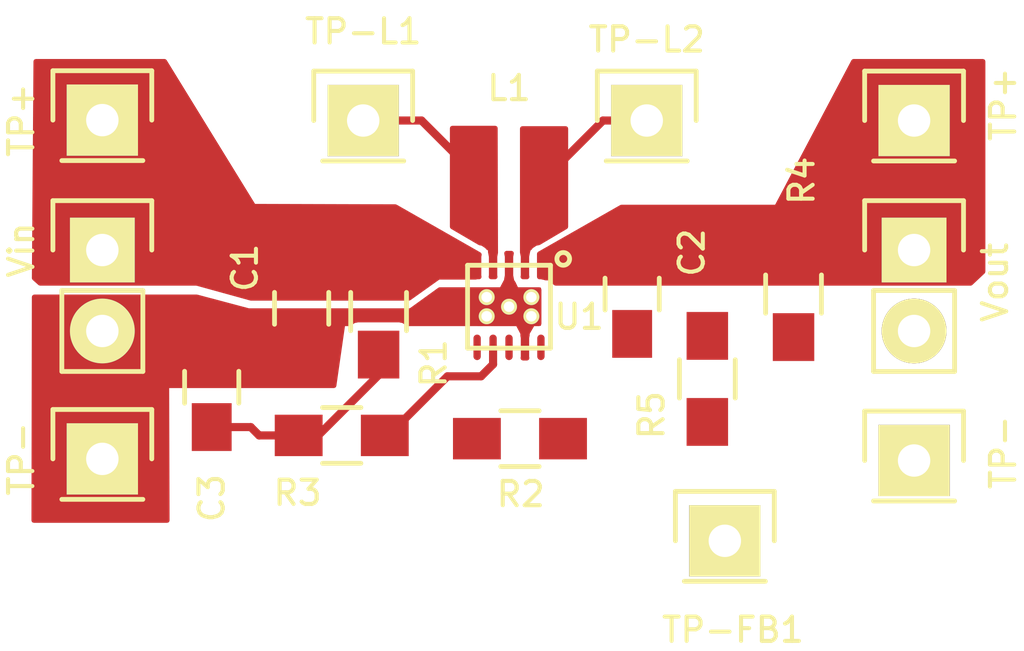
<source format=kicad_pcb>
(kicad_pcb (version 4) (host pcbnew no-vcs-found-product)

  (general
    (links 36)
    (no_connects 10)
    (area 129.5273 84.8094 162.1409 105.5878)
    (thickness 1.6)
    (drawings 0)
    (tracks 19)
    (zones 0)
    (modules 19)
    (nets 10)
  )

  (page A4)
  (layers
    (0 F.Cu signal)
    (31 B.Cu signal)
    (32 B.Adhes user)
    (33 F.Adhes user)
    (34 B.Paste user)
    (35 F.Paste user)
    (36 B.SilkS user)
    (37 F.SilkS user)
    (38 B.Mask user)
    (39 F.Mask user)
    (40 Dwgs.User user)
    (41 Cmts.User user)
    (42 Eco1.User user)
    (43 Eco2.User user)
    (44 Edge.Cuts user)
    (45 Margin user)
    (46 B.CrtYd user)
    (47 F.CrtYd user)
    (48 B.Fab user)
    (49 F.Fab user)
  )

  (setup
    (last_trace_width 0.254)
    (trace_clearance 0.254)
    (zone_clearance 0.1524)
    (zone_45_only no)
    (trace_min 0.1524)
    (segment_width 0.2)
    (edge_width 0.1)
    (via_size 0.6858)
    (via_drill 0.3302)
    (via_min_size 0.6858)
    (via_min_drill 0.3302)
    (uvia_size 0.508)
    (uvia_drill 0.127)
    (uvias_allowed no)
    (uvia_min_size 0)
    (uvia_min_drill 0)
    (pcb_text_width 0.3)
    (pcb_text_size 1.5 1.5)
    (mod_edge_width 0.15)
    (mod_text_size 0.762 0.762)
    (mod_text_width 0.127)
    (pad_size 2 1.2)
    (pad_drill 0)
    (pad_to_mask_clearance 0)
    (aux_axis_origin 0 0)
    (visible_elements FFFEF77F)
    (pcbplotparams
      (layerselection 0x00030_80000001)
      (usegerberextensions false)
      (excludeedgelayer true)
      (linewidth 0.127000)
      (plotframeref false)
      (viasonmask false)
      (mode 1)
      (useauxorigin false)
      (hpglpennumber 1)
      (hpglpenspeed 20)
      (hpglpendiameter 15)
      (hpglpenoverlay 2)
      (psnegative false)
      (psa4output false)
      (plotreference true)
      (plotvalue true)
      (plotinvisibletext false)
      (padsonsilk false)
      (subtractmaskfromsilk false)
      (outputformat 1)
      (mirror false)
      (drillshape 1)
      (scaleselection 1)
      (outputdirectory ""))
  )

  (net 0 "")
  (net 1 /Vin+)
  (net 2 GNDPWR)
  (net 3 /Vout+)
  (net 4 "Net-(C3-Pad1)")
  (net 5 "Net-(L1-Pad1)")
  (net 6 "Net-(L1-Pad2)")
  (net 7 "Net-(R2-Pad1)")
  (net 8 "Net-(R3-Pad1)")
  (net 9 /Feedback)

  (net_class Default "This is the default net class."
    (clearance 0.254)
    (trace_width 0.254)
    (via_dia 0.6858)
    (via_drill 0.3302)
    (uvia_dia 0.508)
    (uvia_drill 0.127)
    (add_net /Feedback)
    (add_net /Vin+)
    (add_net /Vout+)
    (add_net GNDPWR)
    (add_net "Net-(C3-Pad1)")
    (add_net "Net-(L1-Pad1)")
    (add_net "Net-(L1-Pad2)")
    (add_net "Net-(R2-Pad1)")
    (add_net "Net-(R3-Pad1)")
  )

  (module Capacitors_SMD:C_0805_HandSoldering (layer F.Cu) (tedit 55D37FA6) (tstamp 55D37CAD)
    (at 139.2936 94.7928 270)
    (descr "Capacitor SMD 0805, hand soldering")
    (tags "capacitor 0805")
    (path /55BD2754)
    (attr smd)
    (fp_text reference C1 (at -1.27 1.778 270) (layer F.SilkS)
      (effects (font (size 0.762 0.762) (thickness 0.127)))
    )
    (fp_text value 4.7μF (at 0 2.1 270) (layer F.Fab)
      (effects (font (size 0.762 0.762) (thickness 0.127)))
    )
    (fp_line (start -2.3 -1) (end 2.3 -1) (layer F.CrtYd) (width 0.05))
    (fp_line (start -2.3 1) (end 2.3 1) (layer F.CrtYd) (width 0.05))
    (fp_line (start -2.3 -1) (end -2.3 1) (layer F.CrtYd) (width 0.05))
    (fp_line (start 2.3 -1) (end 2.3 1) (layer F.CrtYd) (width 0.05))
    (fp_line (start 0.5 -0.85) (end -0.5 -0.85) (layer F.SilkS) (width 0.15))
    (fp_line (start -0.5 0.85) (end 0.5 0.85) (layer F.SilkS) (width 0.15))
    (pad 1 smd rect (at -1.25 0 270) (size 1.5 1.25) (layers F.Cu F.Paste F.Mask)
      (net 1 /Vin+))
    (pad 2 smd rect (at 1.25 0 270) (size 1.5 1.25) (layers F.Cu F.Paste F.Mask)
      (net 2 GNDPWR))
    (model Capacitors_SMD.3dshapes/C_0805_HandSoldering.wrl
      (at (xyz 0 0 0))
      (scale (xyz 1 1 1))
      (rotate (xyz 0 0 0))
    )
  )

  (module Capacitors_SMD:C_0805_HandSoldering (layer F.Cu) (tedit 55D38CC3) (tstamp 55D37CB3)
    (at 149.6568 94.34576 270)
    (descr "Capacitor SMD 0805, hand soldering")
    (tags "capacitor 0805")
    (path /55BD27B6)
    (attr smd)
    (fp_text reference C2 (at -1.30048 -1.86944 270) (layer F.SilkS)
      (effects (font (size 0.762 0.762) (thickness 0.127)))
    )
    (fp_text value 11μF (at 0 2.1 270) (layer F.Fab)
      (effects (font (size 0.762 0.762) (thickness 0.127)))
    )
    (fp_line (start -2.3 -1) (end 2.3 -1) (layer F.CrtYd) (width 0.05))
    (fp_line (start -2.3 1) (end 2.3 1) (layer F.CrtYd) (width 0.05))
    (fp_line (start -2.3 -1) (end -2.3 1) (layer F.CrtYd) (width 0.05))
    (fp_line (start 2.3 -1) (end 2.3 1) (layer F.CrtYd) (width 0.05))
    (fp_line (start 0.5 -0.85) (end -0.5 -0.85) (layer F.SilkS) (width 0.15))
    (fp_line (start -0.5 0.85) (end 0.5 0.85) (layer F.SilkS) (width 0.15))
    (pad 1 smd rect (at -1.25 0 270) (size 1.5 1.25) (layers F.Cu F.Paste F.Mask)
      (net 3 /Vout+))
    (pad 2 smd rect (at 1.25 0 270) (size 1.5 1.25) (layers F.Cu F.Paste F.Mask)
      (net 2 GNDPWR))
    (model Capacitors_SMD.3dshapes/C_0805_HandSoldering.wrl
      (at (xyz 0 0 0))
      (scale (xyz 1 1 1))
      (rotate (xyz 0 0 0))
    )
  )

  (module Capacitors_SMD:C_0805_HandSoldering (layer F.Cu) (tedit 55D387D6) (tstamp 55D37CB9)
    (at 136.4742 97.2693 90)
    (descr "Capacitor SMD 0805, hand soldering")
    (tags "capacitor 0805")
    (path /55D37B64)
    (attr smd)
    (fp_text reference C3 (at -3.4798 0 90) (layer F.SilkS)
      (effects (font (size 0.762 0.762) (thickness 0.127)))
    )
    (fp_text value 0.1μF (at 0 2.1 90) (layer F.Fab)
      (effects (font (size 0.762 0.762) (thickness 0.127)))
    )
    (fp_line (start -2.3 -1) (end 2.3 -1) (layer F.CrtYd) (width 0.05))
    (fp_line (start -2.3 1) (end 2.3 1) (layer F.CrtYd) (width 0.05))
    (fp_line (start -2.3 -1) (end -2.3 1) (layer F.CrtYd) (width 0.05))
    (fp_line (start 2.3 -1) (end 2.3 1) (layer F.CrtYd) (width 0.05))
    (fp_line (start 0.5 -0.85) (end -0.5 -0.85) (layer F.SilkS) (width 0.15))
    (fp_line (start -0.5 0.85) (end 0.5 0.85) (layer F.SilkS) (width 0.15))
    (pad 1 smd rect (at -1.25 0 90) (size 1.5 1.25) (layers F.Cu F.Paste F.Mask)
      (net 4 "Net-(C3-Pad1)"))
    (pad 2 smd rect (at 1.25 0 90) (size 1.5 1.25) (layers F.Cu F.Paste F.Mask)
      (net 2 GNDPWR))
    (model Capacitors_SMD.3dshapes/C_0805_HandSoldering.wrl
      (at (xyz 0 0 0))
      (scale (xyz 1 1 1))
      (rotate (xyz 0 0 0))
    )
  )

  (module PowerSwap-Footprints:SRN3015 (layer F.Cu) (tedit 55D37F56) (tstamp 55D37CBF)
    (at 145.796 90.678 90)
    (path /55BD221D)
    (fp_text reference L1 (at 2.794 0 180) (layer F.SilkS)
      (effects (font (size 0.762 0.762) (thickness 0.127)))
    )
    (fp_text value 2.2μΗ (at 0 -3 90) (layer F.Fab) hide
      (effects (font (size 0.762 0.762) (thickness 0.127)))
    )
    (pad 1 smd rect (at 0 -1.1 90) (size 2.7 1) (layers F.Cu F.Paste F.Mask)
      (net 5 "Net-(L1-Pad1)"))
    (pad 2 smd rect (at 0 1.1 90) (size 2.7 1) (layers F.Cu F.Paste F.Mask)
      (net 6 "Net-(L1-Pad2)"))
  )

  (module Pin_Headers:Pin_Header_Straight_1x02 (layer F.Cu) (tedit 55D3818C) (tstamp 55D37CC5)
    (at 133.0452 92.964)
    (descr "Through hole pin header")
    (tags "pin header")
    (path /55BD2379)
    (fp_text reference Vin (at -2.54 0 90) (layer F.SilkS)
      (effects (font (size 0.762 0.762) (thickness 0.127)))
    )
    (fp_text value Battery (at 0 -3.1) (layer F.Fab)
      (effects (font (size 0.762 0.762) (thickness 0.127)))
    )
    (fp_line (start 1.27 1.27) (end 1.27 3.81) (layer F.SilkS) (width 0.15))
    (fp_line (start 1.55 -1.55) (end 1.55 0) (layer F.SilkS) (width 0.15))
    (fp_line (start -1.75 -1.75) (end -1.75 4.3) (layer F.CrtYd) (width 0.05))
    (fp_line (start 1.75 -1.75) (end 1.75 4.3) (layer F.CrtYd) (width 0.05))
    (fp_line (start -1.75 -1.75) (end 1.75 -1.75) (layer F.CrtYd) (width 0.05))
    (fp_line (start -1.75 4.3) (end 1.75 4.3) (layer F.CrtYd) (width 0.05))
    (fp_line (start 1.27 1.27) (end -1.27 1.27) (layer F.SilkS) (width 0.15))
    (fp_line (start -1.55 0) (end -1.55 -1.55) (layer F.SilkS) (width 0.15))
    (fp_line (start -1.55 -1.55) (end 1.55 -1.55) (layer F.SilkS) (width 0.15))
    (fp_line (start -1.27 1.27) (end -1.27 3.81) (layer F.SilkS) (width 0.15))
    (fp_line (start -1.27 3.81) (end 1.27 3.81) (layer F.SilkS) (width 0.15))
    (pad 1 thru_hole rect (at 0 0) (size 2.032 2.032) (drill 1.016) (layers *.Cu *.Mask F.SilkS)
      (net 1 /Vin+))
    (pad 2 thru_hole oval (at 0 2.54) (size 2.032 2.032) (drill 1.016) (layers *.Cu *.Mask F.SilkS)
      (net 2 GNDPWR))
    (model Pin_Headers.3dshapes/Pin_Header_Straight_1x02.wrl
      (at (xyz 0 -0.05 0))
      (scale (xyz 1 1 1))
      (rotate (xyz 0 0 90))
    )
  )

  (module Pin_Headers:Pin_Header_Straight_1x02 (layer F.Cu) (tedit 55D38025) (tstamp 55D37CCB)
    (at 158.496 92.964)
    (descr "Through hole pin header")
    (tags "pin header")
    (path /55BD24F5)
    (fp_text reference Vout (at 2.54 1.016 90) (layer F.SilkS)
      (effects (font (size 0.762 0.762) (thickness 0.127)))
    )
    (fp_text value Vout (at 0 -3.1) (layer F.Fab)
      (effects (font (size 0.762 0.762) (thickness 0.127)))
    )
    (fp_line (start 1.27 1.27) (end 1.27 3.81) (layer F.SilkS) (width 0.15))
    (fp_line (start 1.55 -1.55) (end 1.55 0) (layer F.SilkS) (width 0.15))
    (fp_line (start -1.75 -1.75) (end -1.75 4.3) (layer F.CrtYd) (width 0.05))
    (fp_line (start 1.75 -1.75) (end 1.75 4.3) (layer F.CrtYd) (width 0.05))
    (fp_line (start -1.75 -1.75) (end 1.75 -1.75) (layer F.CrtYd) (width 0.05))
    (fp_line (start -1.75 4.3) (end 1.75 4.3) (layer F.CrtYd) (width 0.05))
    (fp_line (start 1.27 1.27) (end -1.27 1.27) (layer F.SilkS) (width 0.15))
    (fp_line (start -1.55 0) (end -1.55 -1.55) (layer F.SilkS) (width 0.15))
    (fp_line (start -1.55 -1.55) (end 1.55 -1.55) (layer F.SilkS) (width 0.15))
    (fp_line (start -1.27 1.27) (end -1.27 3.81) (layer F.SilkS) (width 0.15))
    (fp_line (start -1.27 3.81) (end 1.27 3.81) (layer F.SilkS) (width 0.15))
    (pad 1 thru_hole rect (at 0 0) (size 2.032 2.032) (drill 1.016) (layers *.Cu *.Mask F.SilkS)
      (net 3 /Vout+))
    (pad 2 thru_hole oval (at 0 2.54) (size 2.032 2.032) (drill 1.016) (layers *.Cu *.Mask F.SilkS)
      (net 2 GNDPWR))
    (model Pin_Headers.3dshapes/Pin_Header_Straight_1x02.wrl
      (at (xyz 0 -0.05 0))
      (scale (xyz 1 1 1))
      (rotate (xyz 0 0 90))
    )
  )

  (module Resistors_SMD:R_0805_HandSoldering (layer F.Cu) (tedit 55D387E4) (tstamp 55D37CD1)
    (at 141.7066 94.8944 90)
    (descr "Resistor SMD 0805, hand soldering")
    (tags "resistor 0805")
    (path /55D380C2)
    (attr smd)
    (fp_text reference R1 (at -1.6256 1.7272 90) (layer F.SilkS)
      (effects (font (size 0.762 0.762) (thickness 0.127)))
    )
    (fp_text value 0 (at 0 2.1 90) (layer F.Fab)
      (effects (font (size 0.762 0.762) (thickness 0.127)))
    )
    (fp_line (start -2.4 -1) (end 2.4 -1) (layer F.CrtYd) (width 0.05))
    (fp_line (start -2.4 1) (end 2.4 1) (layer F.CrtYd) (width 0.05))
    (fp_line (start -2.4 -1) (end -2.4 1) (layer F.CrtYd) (width 0.05))
    (fp_line (start 2.4 -1) (end 2.4 1) (layer F.CrtYd) (width 0.05))
    (fp_line (start 0.6 0.875) (end -0.6 0.875) (layer F.SilkS) (width 0.15))
    (fp_line (start -0.6 -0.875) (end 0.6 -0.875) (layer F.SilkS) (width 0.15))
    (pad 1 smd rect (at -1.35 0 90) (size 1.5 1.3) (layers F.Cu F.Paste F.Mask)
      (net 4 "Net-(C3-Pad1)"))
    (pad 2 smd rect (at 1.35 0 90) (size 1.5 1.3) (layers F.Cu F.Paste F.Mask)
      (net 1 /Vin+))
    (model Resistors_SMD.3dshapes/R_0805_HandSoldering.wrl
      (at (xyz 0 0 0))
      (scale (xyz 1 1 1))
      (rotate (xyz 0 0 0))
    )
  )

  (module Resistors_SMD:R_0805_HandSoldering (layer F.Cu) (tedit 55D38C21) (tstamp 55D37CD7)
    (at 146.1389 98.8822)
    (descr "Resistor SMD 0805, hand soldering")
    (tags "resistor 0805")
    (path /55BD25F1)
    (attr smd)
    (fp_text reference R2 (at 0.02286 1.74244) (layer F.SilkS)
      (effects (font (size 0.762 0.762) (thickness 0.127)))
    )
    (fp_text value 0 (at 0 2.1) (layer F.Fab)
      (effects (font (size 0.762 0.762) (thickness 0.127)))
    )
    (fp_line (start -2.4 -1) (end 2.4 -1) (layer F.CrtYd) (width 0.05))
    (fp_line (start -2.4 1) (end 2.4 1) (layer F.CrtYd) (width 0.05))
    (fp_line (start -2.4 -1) (end -2.4 1) (layer F.CrtYd) (width 0.05))
    (fp_line (start 2.4 -1) (end 2.4 1) (layer F.CrtYd) (width 0.05))
    (fp_line (start 0.6 0.875) (end -0.6 0.875) (layer F.SilkS) (width 0.15))
    (fp_line (start -0.6 -0.875) (end 0.6 -0.875) (layer F.SilkS) (width 0.15))
    (pad 1 smd rect (at -1.35 0) (size 1.5 1.3) (layers F.Cu F.Paste F.Mask)
      (net 7 "Net-(R2-Pad1)"))
    (pad 2 smd rect (at 1.35 0) (size 1.5 1.3) (layers F.Cu F.Paste F.Mask)
      (net 4 "Net-(C3-Pad1)"))
    (model Resistors_SMD.3dshapes/R_0805_HandSoldering.wrl
      (at (xyz 0 0 0))
      (scale (xyz 1 1 1))
      (rotate (xyz 0 0 0))
    )
  )

  (module Resistors_SMD:R_0805_HandSoldering (layer F.Cu) (tedit 55D38601) (tstamp 55D37CDD)
    (at 140.5509 98.7806 180)
    (descr "Resistor SMD 0805, hand soldering")
    (tags "resistor 0805")
    (path /55BD266F)
    (attr smd)
    (fp_text reference R3 (at 1.3843 -1.8034 180) (layer F.SilkS)
      (effects (font (size 0.762 0.762) (thickness 0.127)))
    )
    (fp_text value 0 (at 0 2.1 180) (layer F.Fab)
      (effects (font (size 0.762 0.762) (thickness 0.127)))
    )
    (fp_line (start -2.4 -1) (end 2.4 -1) (layer F.CrtYd) (width 0.05))
    (fp_line (start -2.4 1) (end 2.4 1) (layer F.CrtYd) (width 0.05))
    (fp_line (start -2.4 -1) (end -2.4 1) (layer F.CrtYd) (width 0.05))
    (fp_line (start 2.4 -1) (end 2.4 1) (layer F.CrtYd) (width 0.05))
    (fp_line (start 0.6 0.875) (end -0.6 0.875) (layer F.SilkS) (width 0.15))
    (fp_line (start -0.6 -0.875) (end 0.6 -0.875) (layer F.SilkS) (width 0.15))
    (pad 1 smd rect (at -1.35 0 180) (size 1.5 1.3) (layers F.Cu F.Paste F.Mask)
      (net 8 "Net-(R3-Pad1)"))
    (pad 2 smd rect (at 1.35 0 180) (size 1.5 1.3) (layers F.Cu F.Paste F.Mask)
      (net 4 "Net-(C3-Pad1)"))
    (model Resistors_SMD.3dshapes/R_0805_HandSoldering.wrl
      (at (xyz 0 0 0))
      (scale (xyz 1 1 1))
      (rotate (xyz 0 0 0))
    )
  )

  (module Resistors_SMD:R_0805_HandSoldering (layer F.Cu) (tedit 55D37F4F) (tstamp 55D37CE3)
    (at 154.71648 94.34576 270)
    (descr "Resistor SMD 0805, hand soldering")
    (tags "resistor 0805")
    (path /55BD2163)
    (attr smd)
    (fp_text reference R4 (at -3.556 -0.254 270) (layer F.SilkS)
      (effects (font (size 0.762 0.762) (thickness 0.127)))
    )
    (fp_text value 2.1MΩ (at 0 2.1 270) (layer F.Fab)
      (effects (font (size 0.762 0.762) (thickness 0.127)))
    )
    (fp_line (start -2.4 -1) (end 2.4 -1) (layer F.CrtYd) (width 0.05))
    (fp_line (start -2.4 1) (end 2.4 1) (layer F.CrtYd) (width 0.05))
    (fp_line (start -2.4 -1) (end -2.4 1) (layer F.CrtYd) (width 0.05))
    (fp_line (start 2.4 -1) (end 2.4 1) (layer F.CrtYd) (width 0.05))
    (fp_line (start 0.6 0.875) (end -0.6 0.875) (layer F.SilkS) (width 0.15))
    (fp_line (start -0.6 -0.875) (end 0.6 -0.875) (layer F.SilkS) (width 0.15))
    (pad 1 smd rect (at -1.35 0 270) (size 1.5 1.3) (layers F.Cu F.Paste F.Mask)
      (net 3 /Vout+))
    (pad 2 smd rect (at 1.35 0 270) (size 1.5 1.3) (layers F.Cu F.Paste F.Mask)
      (net 9 /Feedback))
    (model Resistors_SMD.3dshapes/R_0805_HandSoldering.wrl
      (at (xyz 0 0 0))
      (scale (xyz 1 1 1))
      (rotate (xyz 0 0 0))
    )
  )

  (module Resistors_SMD:R_0805_HandSoldering (layer F.Cu) (tedit 55D38C6F) (tstamp 55D37CE9)
    (at 152.01392 97.00768 90)
    (descr "Resistor SMD 0805, hand soldering")
    (tags "resistor 0805")
    (path /55BD21B2)
    (attr smd)
    (fp_text reference R5 (at -1.13792 -1.74752 90) (layer F.SilkS)
      (effects (font (size 0.762 0.762) (thickness 0.127)))
    )
    (fp_text value 215KΩ (at 0 2.1 90) (layer F.Fab)
      (effects (font (size 0.762 0.762) (thickness 0.127)))
    )
    (fp_line (start -2.4 -1) (end 2.4 -1) (layer F.CrtYd) (width 0.05))
    (fp_line (start -2.4 1) (end 2.4 1) (layer F.CrtYd) (width 0.05))
    (fp_line (start -2.4 -1) (end -2.4 1) (layer F.CrtYd) (width 0.05))
    (fp_line (start 2.4 -1) (end 2.4 1) (layer F.CrtYd) (width 0.05))
    (fp_line (start 0.6 0.875) (end -0.6 0.875) (layer F.SilkS) (width 0.15))
    (fp_line (start -0.6 -0.875) (end 0.6 -0.875) (layer F.SilkS) (width 0.15))
    (pad 1 smd rect (at -1.35 0 90) (size 1.5 1.3) (layers F.Cu F.Paste F.Mask)
      (net 9 /Feedback))
    (pad 2 smd rect (at 1.35 0 90) (size 1.5 1.3) (layers F.Cu F.Paste F.Mask)
      (net 2 GNDPWR))
    (model Resistors_SMD.3dshapes/R_0805_HandSoldering.wrl
      (at (xyz 0 0 0))
      (scale (xyz 1 1 1))
      (rotate (xyz 0 0 0))
    )
  )

  (module Pin_Headers:Pin_Header_Straight_1x01 (layer F.Cu) (tedit 55D37EFC) (tstamp 55D37CEE)
    (at 152.56256 102.08768)
    (descr "Through hole pin header")
    (tags "pin header")
    (path /55BD2AA6)
    (fp_text reference TP-FB1 (at 0.254 2.794) (layer F.SilkS)
      (effects (font (size 0.762 0.762) (thickness 0.127)))
    )
    (fp_text value Feedback (at 0 -3.1) (layer F.Fab)
      (effects (font (size 0.762 0.762) (thickness 0.127)))
    )
    (fp_line (start 1.55 -1.55) (end 1.55 0) (layer F.SilkS) (width 0.15))
    (fp_line (start -1.75 -1.75) (end -1.75 1.75) (layer F.CrtYd) (width 0.05))
    (fp_line (start 1.75 -1.75) (end 1.75 1.75) (layer F.CrtYd) (width 0.05))
    (fp_line (start -1.75 -1.75) (end 1.75 -1.75) (layer F.CrtYd) (width 0.05))
    (fp_line (start -1.75 1.75) (end 1.75 1.75) (layer F.CrtYd) (width 0.05))
    (fp_line (start -1.55 0) (end -1.55 -1.55) (layer F.SilkS) (width 0.15))
    (fp_line (start -1.55 -1.55) (end 1.55 -1.55) (layer F.SilkS) (width 0.15))
    (fp_line (start -1.27 1.27) (end 1.27 1.27) (layer F.SilkS) (width 0.15))
    (pad 1 thru_hole rect (at 0 0) (size 2.2352 2.2352) (drill 1.016) (layers *.Cu *.Mask F.SilkS)
      (net 9 /Feedback))
    (model Pin_Headers.3dshapes/Pin_Header_Straight_1x01.wrl
      (at (xyz 0 0 0))
      (scale (xyz 1 1 1))
      (rotate (xyz 0 0 90))
    )
  )

  (module Pin_Headers:Pin_Header_Straight_1x01 (layer F.Cu) (tedit 55D38190) (tstamp 55D37CF3)
    (at 133.0452 99.5172)
    (descr "Through hole pin header")
    (tags "pin header")
    (path /55BD309D)
    (fp_text reference TP- (at -2.54 0 90) (layer F.SilkS)
      (effects (font (size 0.762 0.762) (thickness 0.127)))
    )
    (fp_text value GND (at 0 -3.1) (layer F.Fab)
      (effects (font (size 0.762 0.762) (thickness 0.127)))
    )
    (fp_line (start 1.55 -1.55) (end 1.55 0) (layer F.SilkS) (width 0.15))
    (fp_line (start -1.75 -1.75) (end -1.75 1.75) (layer F.CrtYd) (width 0.05))
    (fp_line (start 1.75 -1.75) (end 1.75 1.75) (layer F.CrtYd) (width 0.05))
    (fp_line (start -1.75 -1.75) (end 1.75 -1.75) (layer F.CrtYd) (width 0.05))
    (fp_line (start -1.75 1.75) (end 1.75 1.75) (layer F.CrtYd) (width 0.05))
    (fp_line (start -1.55 0) (end -1.55 -1.55) (layer F.SilkS) (width 0.15))
    (fp_line (start -1.55 -1.55) (end 1.55 -1.55) (layer F.SilkS) (width 0.15))
    (fp_line (start -1.27 1.27) (end 1.27 1.27) (layer F.SilkS) (width 0.15))
    (pad 1 thru_hole rect (at 0 0) (size 2.2352 2.2352) (drill 1.016) (layers *.Cu *.Mask F.SilkS)
      (net 2 GNDPWR))
    (model Pin_Headers.3dshapes/Pin_Header_Straight_1x01.wrl
      (at (xyz 0 0 0))
      (scale (xyz 1 1 1))
      (rotate (xyz 0 0 90))
    )
  )

  (module Pin_Headers:Pin_Header_Straight_1x01 (layer F.Cu) (tedit 55D37F7E) (tstamp 55D37CF8)
    (at 141.224 88.9)
    (descr "Through hole pin header")
    (tags "pin header")
    (path /55BD332A)
    (fp_text reference TP-L1 (at 0 -2.794) (layer F.SilkS)
      (effects (font (size 0.762 0.762) (thickness 0.127)))
    )
    (fp_text value L1 (at 0 -3.1) (layer F.Fab)
      (effects (font (size 0.762 0.762) (thickness 0.127)))
    )
    (fp_line (start 1.55 -1.55) (end 1.55 0) (layer F.SilkS) (width 0.15))
    (fp_line (start -1.75 -1.75) (end -1.75 1.75) (layer F.CrtYd) (width 0.05))
    (fp_line (start 1.75 -1.75) (end 1.75 1.75) (layer F.CrtYd) (width 0.05))
    (fp_line (start -1.75 -1.75) (end 1.75 -1.75) (layer F.CrtYd) (width 0.05))
    (fp_line (start -1.75 1.75) (end 1.75 1.75) (layer F.CrtYd) (width 0.05))
    (fp_line (start -1.55 0) (end -1.55 -1.55) (layer F.SilkS) (width 0.15))
    (fp_line (start -1.55 -1.55) (end 1.55 -1.55) (layer F.SilkS) (width 0.15))
    (fp_line (start -1.27 1.27) (end 1.27 1.27) (layer F.SilkS) (width 0.15))
    (pad 1 thru_hole rect (at 0 0) (size 2.2352 2.2352) (drill 1.016) (layers *.Cu *.Mask F.SilkS)
      (net 5 "Net-(L1-Pad1)"))
    (model Pin_Headers.3dshapes/Pin_Header_Straight_1x01.wrl
      (at (xyz 0 0 0))
      (scale (xyz 1 1 1))
      (rotate (xyz 0 0 90))
    )
  )

  (module Pin_Headers:Pin_Header_Straight_1x01 (layer F.Cu) (tedit 55D37F81) (tstamp 55D37CFD)
    (at 150.114 88.9)
    (descr "Through hole pin header")
    (tags "pin header")
    (path /55BD337C)
    (fp_text reference TP-L2 (at 0 -2.54) (layer F.SilkS)
      (effects (font (size 0.762 0.762) (thickness 0.127)))
    )
    (fp_text value L2 (at 0 -3.1) (layer F.Fab)
      (effects (font (size 0.762 0.762) (thickness 0.127)))
    )
    (fp_line (start 1.55 -1.55) (end 1.55 0) (layer F.SilkS) (width 0.15))
    (fp_line (start -1.75 -1.75) (end -1.75 1.75) (layer F.CrtYd) (width 0.05))
    (fp_line (start 1.75 -1.75) (end 1.75 1.75) (layer F.CrtYd) (width 0.05))
    (fp_line (start -1.75 -1.75) (end 1.75 -1.75) (layer F.CrtYd) (width 0.05))
    (fp_line (start -1.75 1.75) (end 1.75 1.75) (layer F.CrtYd) (width 0.05))
    (fp_line (start -1.55 0) (end -1.55 -1.55) (layer F.SilkS) (width 0.15))
    (fp_line (start -1.55 -1.55) (end 1.55 -1.55) (layer F.SilkS) (width 0.15))
    (fp_line (start -1.27 1.27) (end 1.27 1.27) (layer F.SilkS) (width 0.15))
    (pad 1 thru_hole rect (at 0 0) (size 2.2352 2.2352) (drill 1.016) (layers *.Cu *.Mask F.SilkS)
      (net 6 "Net-(L1-Pad2)"))
    (model Pin_Headers.3dshapes/Pin_Header_Straight_1x01.wrl
      (at (xyz 0 0 0))
      (scale (xyz 1 1 1))
      (rotate (xyz 0 0 90))
    )
  )

  (module Pin_Headers:Pin_Header_Straight_1x01 (layer F.Cu) (tedit 55D38032) (tstamp 55D37D02)
    (at 158.496 99.568)
    (descr "Through hole pin header")
    (tags "pin header")
    (path /55BD2F23)
    (fp_text reference TP- (at 2.794 -0.254 90) (layer F.SilkS)
      (effects (font (size 0.762 0.762) (thickness 0.127)))
    )
    (fp_text value PGND (at 0 -3.1) (layer F.Fab)
      (effects (font (size 0.762 0.762) (thickness 0.127)))
    )
    (fp_line (start 1.55 -1.55) (end 1.55 0) (layer F.SilkS) (width 0.15))
    (fp_line (start -1.75 -1.75) (end -1.75 1.75) (layer F.CrtYd) (width 0.05))
    (fp_line (start 1.75 -1.75) (end 1.75 1.75) (layer F.CrtYd) (width 0.05))
    (fp_line (start -1.75 -1.75) (end 1.75 -1.75) (layer F.CrtYd) (width 0.05))
    (fp_line (start -1.75 1.75) (end 1.75 1.75) (layer F.CrtYd) (width 0.05))
    (fp_line (start -1.55 0) (end -1.55 -1.55) (layer F.SilkS) (width 0.15))
    (fp_line (start -1.55 -1.55) (end 1.55 -1.55) (layer F.SilkS) (width 0.15))
    (fp_line (start -1.27 1.27) (end 1.27 1.27) (layer F.SilkS) (width 0.15))
    (pad 1 thru_hole rect (at 0 0) (size 2.2352 2.2352) (drill 1.016) (layers *.Cu *.Mask F.SilkS)
      (net 2 GNDPWR))
    (model Pin_Headers.3dshapes/Pin_Header_Straight_1x01.wrl
      (at (xyz 0 0 0))
      (scale (xyz 1 1 1))
      (rotate (xyz 0 0 90))
    )
  )

  (module Pin_Headers:Pin_Header_Straight_1x01 (layer F.Cu) (tedit 55D38189) (tstamp 55D37D07)
    (at 133.0452 88.8873)
    (descr "Through hole pin header")
    (tags "pin header")
    (path /55BD2BFB)
    (fp_text reference TP+ (at -2.54 0 90) (layer F.SilkS)
      (effects (font (size 0.762 0.762) (thickness 0.127)))
    )
    (fp_text value Vin (at 0 -3.1) (layer F.Fab)
      (effects (font (size 0.762 0.762) (thickness 0.127)))
    )
    (fp_line (start 1.55 -1.55) (end 1.55 0) (layer F.SilkS) (width 0.15))
    (fp_line (start -1.75 -1.75) (end -1.75 1.75) (layer F.CrtYd) (width 0.05))
    (fp_line (start 1.75 -1.75) (end 1.75 1.75) (layer F.CrtYd) (width 0.05))
    (fp_line (start -1.75 -1.75) (end 1.75 -1.75) (layer F.CrtYd) (width 0.05))
    (fp_line (start -1.75 1.75) (end 1.75 1.75) (layer F.CrtYd) (width 0.05))
    (fp_line (start -1.55 0) (end -1.55 -1.55) (layer F.SilkS) (width 0.15))
    (fp_line (start -1.55 -1.55) (end 1.55 -1.55) (layer F.SilkS) (width 0.15))
    (fp_line (start -1.27 1.27) (end 1.27 1.27) (layer F.SilkS) (width 0.15))
    (pad 1 thru_hole rect (at 0 0) (size 2.2352 2.2352) (drill 1.016) (layers *.Cu *.Mask F.SilkS)
      (net 1 /Vin+))
    (model Pin_Headers.3dshapes/Pin_Header_Straight_1x01.wrl
      (at (xyz 0 0 0))
      (scale (xyz 1 1 1))
      (rotate (xyz 0 0 90))
    )
  )

  (module Pin_Headers:Pin_Header_Straight_1x01 (layer F.Cu) (tedit 55D3803D) (tstamp 55D37D0C)
    (at 158.496 88.9)
    (descr "Through hole pin header")
    (tags "pin header")
    (path /55BD29FC)
    (fp_text reference TP+ (at 2.794 -0.508 90) (layer F.SilkS)
      (effects (font (size 0.762 0.762) (thickness 0.127)))
    )
    (fp_text value Vout (at 0 -3.1) (layer F.Fab)
      (effects (font (size 0.762 0.762) (thickness 0.127)))
    )
    (fp_line (start 1.55 -1.55) (end 1.55 0) (layer F.SilkS) (width 0.15))
    (fp_line (start -1.75 -1.75) (end -1.75 1.75) (layer F.CrtYd) (width 0.05))
    (fp_line (start 1.75 -1.75) (end 1.75 1.75) (layer F.CrtYd) (width 0.05))
    (fp_line (start -1.75 -1.75) (end 1.75 -1.75) (layer F.CrtYd) (width 0.05))
    (fp_line (start -1.75 1.75) (end 1.75 1.75) (layer F.CrtYd) (width 0.05))
    (fp_line (start -1.55 0) (end -1.55 -1.55) (layer F.SilkS) (width 0.15))
    (fp_line (start -1.55 -1.55) (end 1.55 -1.55) (layer F.SilkS) (width 0.15))
    (fp_line (start -1.27 1.27) (end 1.27 1.27) (layer F.SilkS) (width 0.15))
    (pad 1 thru_hole rect (at 0 0) (size 2.2352 2.2352) (drill 1.016) (layers *.Cu *.Mask F.SilkS)
      (net 3 /Vout+))
    (model Pin_Headers.3dshapes/Pin_Header_Straight_1x01.wrl
      (at (xyz 0 0 0))
      (scale (xyz 1 1 1))
      (rotate (xyz 0 0 90))
    )
  )

  (module PowerSwap-Footprints:TPS63030 (layer F.Cu) (tedit 55D387E7) (tstamp 55D37D20)
    (at 145.796 94.742 180)
    (path /55BD1FFB)
    (fp_text reference U1 (at -2.1971 -0.3175 180) (layer F.SilkS)
      (effects (font (size 0.762 0.762) (thickness 0.127)))
    )
    (fp_text value TPS63030 (at 0 -2.9 180) (layer F.Fab) hide
      (effects (font (size 0.762 0.762) (thickness 0.127)))
    )
    (fp_line (start 1.3 -1.3) (end 1.3 1.3) (layer F.SilkS) (width 0.15))
    (fp_line (start 1.3 1.3) (end -1.3 1.3) (layer F.SilkS) (width 0.15))
    (fp_line (start -1.3 1.3) (end -1.3 -1.3) (layer F.SilkS) (width 0.15))
    (fp_line (start -1.3 -1.3) (end 1.3 -1.3) (layer F.SilkS) (width 0.15))
    (fp_circle (center -1.7 1.5) (end -1.5 1.5) (layer F.SilkS) (width 0.15))
    (pad 1 smd oval (at -1 1.275 180) (size 0.23 0.8) (layers F.Cu F.Paste F.Mask)
      (net 3 /Vout+))
    (pad 2 smd oval (at -0.5 1.275 180) (size 0.23 0.8) (layers F.Cu F.Paste F.Mask)
      (net 6 "Net-(L1-Pad2)"))
    (pad 3 smd oval (at 0 1.275 180) (size 0.23 0.8) (layers F.Cu F.Paste F.Mask)
      (net 2 GNDPWR))
    (pad 4 smd oval (at 0.5 1.275 180) (size 0.23 0.8) (layers F.Cu F.Paste F.Mask)
      (net 5 "Net-(L1-Pad1)"))
    (pad 5 smd oval (at 1 1.275 180) (size 0.23 0.8) (layers F.Cu F.Paste F.Mask)
      (net 1 /Vin+))
    (pad 6 smd oval (at 1 -1.275 180) (size 0.23 0.8) (layers F.Cu F.Paste F.Mask)
      (net 7 "Net-(R2-Pad1)"))
    (pad 7 smd oval (at 0.5 -1.275 180) (size 0.23 0.8) (layers F.Cu F.Paste F.Mask)
      (net 8 "Net-(R3-Pad1)"))
    (pad 8 smd oval (at 0 -1.275 180) (size 0.23 0.8) (layers F.Cu F.Paste F.Mask)
      (net 4 "Net-(C3-Pad1)"))
    (pad 9 smd oval (at -0.5 -1.275 180) (size 0.23 0.8) (layers F.Cu F.Paste F.Mask)
      (net 2 GNDPWR))
    (pad 10 smd oval (at -1 -1.275 180) (size 0.23 0.8) (layers F.Cu F.Paste F.Mask)
      (net 9 /Feedback))
    (pad 11 smd rect (at 0 0 180) (size 2 1.2) (layers *.Mask F.Cu F.Paste)
      (net 2 GNDPWR))
    (pad 11 thru_hole circle (at -0.7 -0.3 180) (size 0.5 0.5) (drill 0.33) (layers *.Cu *.Mask F.SilkS)
      (net 2 GNDPWR))
    (pad 11 thru_hole circle (at 0 0 180) (size 0.5 0.5) (drill 0.33) (layers *.Cu *.Mask F.SilkS)
      (net 2 GNDPWR))
    (pad 11 thru_hole circle (at 0.7 -0.3 180) (size 0.5 0.5) (drill 0.33) (layers *.Cu *.Mask F.SilkS)
      (net 2 GNDPWR))
    (pad 11 thru_hole circle (at 0.7 0.3 180) (size 0.5 0.5) (drill 0.33) (layers *.Cu *.Mask F.SilkS)
      (net 2 GNDPWR))
    (pad 11 thru_hole circle (at -0.7 0.3 180) (size 0.5 0.5) (drill 0.33) (layers *.Cu *.Mask F.SilkS)
      (net 2 GNDPWR))
  )

  (segment (start 139.2009 98.7806) (end 139.8143 98.7806) (width 0.254) (layer F.Cu) (net 4))
  (segment (start 139.8143 98.7806) (end 141.7066 96.8883) (width 0.254) (layer F.Cu) (net 4) (tstamp 55D38B22))
  (segment (start 141.7066 96.8883) (end 141.7066 96.2444) (width 0.254) (layer F.Cu) (net 4) (tstamp 55D38B23))
  (segment (start 136.4742 98.5193) (end 137.6988 98.5193) (width 0.254) (layer F.Cu) (net 4))
  (segment (start 137.9601 98.7806) (end 139.2009 98.7806) (width 0.254) (layer F.Cu) (net 4) (tstamp 55D38B1F))
  (segment (start 137.6988 98.5193) (end 137.9601 98.7806) (width 0.254) (layer F.Cu) (net 4) (tstamp 55D38B1E))
  (segment (start 138.8507 98.5193) (end 138.8834 98.552) (width 0.254) (layer F.Cu) (net 4) (tstamp 55D38AF5))
  (segment (start 144.696 90.678) (end 144.696 90.5432) (width 0.254) (layer F.Cu) (net 5))
  (segment (start 144.696 90.5432) (end 143.0528 88.9) (width 0.254) (layer F.Cu) (net 5) (tstamp 55D383EC))
  (segment (start 143.0528 88.9) (end 141.224 88.9) (width 0.254) (layer F.Cu) (net 5) (tstamp 55D383ED))
  (segment (start 146.896 90.678) (end 146.9644 90.678) (width 0.254) (layer F.Cu) (net 6))
  (segment (start 146.9644 90.678) (end 148.7424 88.9) (width 0.254) (layer F.Cu) (net 6) (tstamp 55D383E7))
  (segment (start 148.7424 88.9) (end 150.114 88.9) (width 0.254) (layer F.Cu) (net 6) (tstamp 55D383E8))
  (segment (start 142.0114 98.7806) (end 143.8656 96.9264) (width 0.254) (layer F.Cu) (net 8) (tstamp 55D38B26))
  (segment (start 145.296 96.5501) (end 145.296 96.017) (width 0.254) (layer F.Cu) (net 8) (tstamp 55D38B29))
  (segment (start 144.9197 96.9264) (end 145.296 96.5501) (width 0.254) (layer F.Cu) (net 8) (tstamp 55D38B28))
  (segment (start 143.8656 96.9264) (end 144.9197 96.9264) (width 0.254) (layer F.Cu) (net 8) (tstamp 55D38B27))
  (segment (start 141.9009 98.7806) (end 142.0114 98.7806) (width 0.254) (layer F.Cu) (net 8))
  (segment (start 152.226 101.9391) (end 152.2222 101.9429) (width 0.254) (layer F.Cu) (net 9) (tstamp 55D3876E))

  (zone (net 5) (net_name "Net-(L1-Pad1)") (layer F.Cu) (tstamp 55D383E0) (hatch edge 0.508)
    (connect_pads yes (clearance 0.1524))
    (min_thickness 0.1524)
    (fill yes (arc_segments 16) (thermal_gap 0.508) (thermal_bridge_width 0.508))
    (polygon
      (pts
        (xy 145.4531 93.8911) (xy 145.1356 93.8911) (xy 145.1356 92.9767) (xy 143.9418 92.2782) (xy 143.9418 89.0651)
        (xy 145.4404 89.0651)
      )
    )
    (filled_polygon
      (pts
        (xy 145.374679 93.047648) (xy 145.3508 93.167695) (xy 145.3508 93.766305) (xy 145.358563 93.805331) (xy 145.233437 93.805331)
        (xy 145.2412 93.766305) (xy 145.2412 93.167695) (xy 145.2118 93.019892) (xy 145.2118 92.9767) (xy 145.209898 92.967138)
        (xy 145.209317 92.957405) (xy 145.207023 92.952685) (xy 145.206 92.94754) (xy 145.200582 92.939431) (xy 145.196321 92.930663)
        (xy 145.192397 92.927182) (xy 145.189482 92.922818) (xy 145.181372 92.917399) (xy 145.174082 92.910931) (xy 145.13386 92.887397)
        (xy 145.110804 92.852891) (xy 144.966371 92.756384) (xy 144.880885 92.73938) (xy 144.018 92.2345) (xy 144.018 89.1413)
        (xy 145.364399 89.1413) (xy 145.374679 93.047648)
      )
    )
  )
  (zone (net 6) (net_name "Net-(L1-Pad2)") (layer F.Cu) (tstamp 55D383E3) (hatch edge 0.508)
    (connect_pads yes (clearance 0.1524))
    (min_thickness 0.1524)
    (fill yes (arc_segments 16) (thermal_gap 0.508) (thermal_bridge_width 0.508))
    (polygon
      (pts
        (xy 147.6502 92.2782) (xy 146.4691 92.9767) (xy 146.4691 93.8911) (xy 146.1389 93.8911) (xy 146.1389 89.0778)
        (xy 147.6502 89.0778)
      )
    )
    (filled_polygon
      (pts
        (xy 147.574 92.234735) (xy 146.725547 92.736509) (xy 146.625629 92.756384) (xy 146.481196 92.852891) (xy 146.450124 92.899394)
        (xy 146.430311 92.911111) (xy 146.423178 92.917499) (xy 146.415218 92.922818) (xy 146.412204 92.927327) (xy 146.408164 92.930947)
        (xy 146.404018 92.93958) (xy 146.3987 92.94754) (xy 146.397642 92.952857) (xy 146.395293 92.95775) (xy 146.394766 92.967313)
        (xy 146.3929 92.9767) (xy 146.3929 92.985035) (xy 146.384689 92.997324) (xy 146.3508 93.167695) (xy 146.3508 93.766305)
        (xy 146.358563 93.805331) (xy 146.233437 93.805331) (xy 146.2412 93.766305) (xy 146.2412 93.167695) (xy 146.2151 93.036482)
        (xy 146.2151 89.154) (xy 147.574 89.154) (xy 147.574 92.234735)
      )
    )
  )
  (zone (net 3) (net_name /Vout+) (layer F.Cu) (tstamp 55D383F3) (hatch edge 0.508)
    (connect_pads yes (clearance 0.1524))
    (min_thickness 0.1524)
    (fill yes (arc_segments 16) (thermal_gap 0.508) (thermal_bridge_width 0.508))
    (polygon
      (pts
        (xy 160.7312 90.8939) (xy 160.7312 93.6752) (xy 160.2994 94.0816) (xy 147.2311 94.0816) (xy 147.0279 93.9165)
        (xy 146.6723 93.9165) (xy 146.6723 93.0402) (xy 149.3012 91.5416) (xy 154.1399 91.5416) (xy 156.5529 86.9696)
        (xy 160.7312 86.9696)
      )
    )
    (filled_polygon
      (pts
        (xy 160.655 93.642275) (xy 160.26918 94.0054) (xy 147.258154 94.0054) (xy 147.075951 93.85736) (xy 147.066215 93.852217)
        (xy 147.05706 93.8461) (xy 147.05317 93.845326) (xy 147.049662 93.843473) (xy 147.038695 93.842447) (xy 147.0279 93.8403)
        (xy 146.939051 93.8403) (xy 146.925813 93.831364) (xy 146.796 93.805331) (xy 146.7485 93.805331) (xy 146.7485 93.084473)
        (xy 149.321392 91.6178) (xy 154.1399 91.6178) (xy 154.151072 91.615577) (xy 154.162403 91.614402) (xy 154.16555 91.612697)
        (xy 154.16906 91.612) (xy 154.178534 91.605669) (xy 154.18855 91.600248) (xy 154.190804 91.597471) (xy 154.193782 91.595482)
        (xy 154.200113 91.586006) (xy 154.20729 91.577167) (xy 156.598844 87.0458) (xy 160.655 87.0458) (xy 160.655 93.642275)
      )
    )
  )
  (zone (net 1) (net_name /Vin+) (layer F.Cu) (tstamp 55D3863F) (hatch edge 0.508)
    (connect_pads yes (clearance 0.1524))
    (min_thickness 0.1524)
    (fill yes (arc_segments 16) (thermal_gap 0.508) (thermal_bridge_width 0.508))
    (polygon
      (pts
        (xy 144.9451 93.8911) (xy 143.6116 93.8911) (xy 142.6845 94.5515) (xy 137.6934 94.5515) (xy 135.9916 94.0816)
        (xy 131.064 94.0816) (xy 130.8354 93.8784) (xy 130.8862 86.9696) (xy 135.0391 86.9696) (xy 137.8331 91.5162)
        (xy 142.2527 91.5289) (xy 144.9451 93.0656)
      )
    )
    (filled_polygon
      (pts
        (xy 137.768179 91.556096) (xy 137.774176 91.562568) (xy 137.779063 91.569927) (xy 137.784189 91.573373) (xy 137.788387 91.577903)
        (xy 137.79641 91.581589) (xy 137.803738 91.586516) (xy 137.809791 91.587738) (xy 137.815404 91.590317) (xy 137.824225 91.590652)
        (xy 137.832881 91.5924) (xy 142.232384 91.605042) (xy 144.862979 93.106467) (xy 144.8508 93.167695) (xy 144.8508 93.766305)
        (xy 144.858563 93.805331) (xy 144.796 93.805331) (xy 144.746681 93.8149) (xy 143.6116 93.8149) (xy 143.603135 93.816583)
        (xy 143.594506 93.816842) (xy 143.588692 93.819456) (xy 143.58244 93.8207) (xy 143.575261 93.825495) (xy 143.56739 93.829036)
        (xy 142.660134 94.4753) (xy 137.703726 94.4753) (xy 136.011881 94.008149) (xy 136.001657 94.0074) (xy 135.9916 94.0054)
        (xy 131.092971 94.0054) (xy 130.911852 93.844404) (xy 130.961841 87.0458) (xy 134.996488 87.0458) (xy 137.768179 91.556096)
      )
    )
  )
  (zone (net 2) (net_name GNDPWR) (layer F.Cu) (tstamp 55D3882B) (hatch edge 0.508)
    (connect_pads yes (clearance 0.1524))
    (min_thickness 0.1524)
    (fill yes (arc_segments 16) (thermal_gap 0.508) (thermal_bridge_width 0.508))
    (polygon
      (pts
        (xy 145.6436 93.8911) (xy 145.6436 92.9894) (xy 145.9484 92.9894) (xy 145.9611 93.8911) (xy 146.0754 94.1324)
        (xy 146.812 94.1324) (xy 146.812 95.3516) (xy 146.5834 95.3516) (xy 146.4437 95.5929) (xy 146.4437 96.4311)
        (xy 146.1516 96.4311) (xy 146.1516 95.5929) (xy 146.0246 95.3516) (xy 140.6525 95.3516) (xy 140.3731 97.2947)
        (xy 135.1407 97.2947) (xy 135.1534 101.5238) (xy 130.8227 101.5238) (xy 130.8354 94.361) (xy 136.017 94.361)
        (xy 137.6426 94.7928) (xy 142.6845 94.7928) (xy 143.5989 94.1324) (xy 145.5166 94.1324) (xy 145.6436 93.8911)
      )
    )
    (filled_polygon
      (pts
        (xy 145.8508 93.167695) (xy 145.8508 93.766305) (xy 145.884689 93.936676) (xy 145.931697 94.007028) (xy 146.006535 94.16502)
        (xy 146.014286 94.175458) (xy 146.021518 94.186282) (xy 146.023116 94.18735) (xy 146.02426 94.18889) (xy 146.035417 94.195568)
        (xy 146.04624 94.2028) (xy 146.048123 94.203174) (xy 146.049771 94.204161) (xy 146.062641 94.206062) (xy 146.0754 94.2086)
        (xy 146.281396 94.2086) (xy 146.296 94.211505) (xy 146.310604 94.2086) (xy 146.7358 94.2086) (xy 146.7358 95.2754)
        (xy 146.5834 95.2754) (xy 146.573671 95.277335) (xy 146.563766 95.277972) (xy 146.559212 95.280211) (xy 146.55424 95.2812)
        (xy 146.54599 95.286711) (xy 146.537084 95.291091) (xy 146.533735 95.2949) (xy 146.529518 95.297718) (xy 146.524005 95.305968)
        (xy 146.517454 95.313421) (xy 146.377755 95.554721) (xy 146.376119 95.55952) (xy 146.3733 95.56374) (xy 146.371363 95.573473)
        (xy 146.368164 95.582863) (xy 146.368489 95.587925) (xy 146.3675 95.5929) (xy 146.3675 95.633739) (xy 146.3508 95.717695)
        (xy 146.3508 96.316305) (xy 146.358477 96.3549) (xy 146.233523 96.3549) (xy 146.2412 96.316305) (xy 146.2412 95.717695)
        (xy 146.2278 95.650329) (xy 146.2278 95.5929) (xy 146.22711 95.589434) (xy 146.22748 95.585916) (xy 146.224229 95.57495)
        (xy 146.222 95.56374) (xy 146.220035 95.560799) (xy 146.219031 95.557411) (xy 146.092031 95.31611) (xy 146.084834 95.307226)
        (xy 146.078482 95.297718) (xy 146.075541 95.295753) (xy 146.073317 95.293007) (xy 146.063264 95.28755) (xy 146.05376 95.2812)
        (xy 146.050295 95.28051) (xy 146.047186 95.278823) (xy 146.035809 95.277629) (xy 146.0246 95.2754) (xy 145.810604 95.2754)
        (xy 145.796 95.272495) (xy 145.781396 95.2754) (xy 145.310604 95.2754) (xy 145.296 95.272495) (xy 145.281396 95.2754)
        (xy 144.810604 95.2754) (xy 144.796 95.272495) (xy 144.781396 95.2754) (xy 142.607686 95.2754) (xy 142.59615 95.257838)
        (xy 142.486413 95.183764) (xy 142.3566 95.157731) (xy 141.0566 95.157731) (xy 140.930696 95.182159) (xy 140.820038 95.25485)
        (xy 140.806166 95.2754) (xy 140.6525 95.2754) (xy 140.643164 95.277256) (xy 140.633657 95.277766) (xy 140.628712 95.280131)
        (xy 140.62334 95.2812) (xy 140.615428 95.286486) (xy 140.606835 95.290597) (xy 140.603171 95.294675) (xy 140.598618 95.297718)
        (xy 140.593329 95.305633) (xy 140.586967 95.312717) (xy 140.585144 95.317883) (xy 140.5821 95.32244) (xy 140.580242 95.331777)
        (xy 140.577076 95.340754) (xy 140.307073 97.2185) (xy 135.1407 97.2185) (xy 135.140586 97.218522) (xy 135.140471 97.2185)
        (xy 135.125976 97.221428) (xy 135.11154 97.2243) (xy 135.111442 97.224365) (xy 135.111329 97.224388) (xy 135.099082 97.232623)
        (xy 135.086818 97.240818) (xy 135.086753 97.240914) (xy 135.086656 97.24098) (xy 135.078501 97.253264) (xy 135.0703 97.26554)
        (xy 135.070277 97.265655) (xy 135.070213 97.265752) (xy 135.067379 97.280224) (xy 135.0645 97.2947) (xy 135.064522 97.294813)
        (xy 135.0645 97.294929) (xy 135.07697 101.4476) (xy 130.899035 101.4476) (xy 130.911465 94.4372) (xy 136.007053 94.4372)
        (xy 137.623038 94.866446) (xy 137.632904 94.867071) (xy 137.6426 94.869) (xy 142.6845 94.869) (xy 142.693205 94.867268)
        (xy 142.702079 94.866945) (xy 142.707651 94.864395) (xy 142.71366 94.8632) (xy 142.721042 94.858267) (xy 142.729114 94.854574)
        (xy 143.623539 94.2086) (xy 144.781396 94.2086) (xy 144.796 94.211505) (xy 144.810604 94.2086) (xy 145.281396 94.2086)
        (xy 145.296 94.211505) (xy 145.310604 94.2086) (xy 145.5166 94.2086) (xy 145.527809 94.20637) (xy 145.539186 94.205177)
        (xy 145.542295 94.203489) (xy 145.54576 94.2028) (xy 145.555264 94.196449) (xy 145.565317 94.190993) (xy 145.567541 94.188246)
        (xy 145.570482 94.186282) (xy 145.576834 94.176773) (xy 145.584031 94.16789) (xy 145.699827 93.947876) (xy 145.707311 93.936676)
        (xy 145.708276 93.931823) (xy 145.711031 93.926589) (xy 145.712035 93.9232) (xy 145.714 93.92026) (xy 145.716229 93.909049)
        (xy 145.71948 93.898084) (xy 145.71911 93.894565) (xy 145.7198 93.8911) (xy 145.7198 93.87389) (xy 145.7412 93.766305)
        (xy 145.7412 93.167695) (xy 145.720892 93.0656) (xy 145.871108 93.0656) (xy 145.8508 93.167695)
      )
    )
  )
)

</source>
